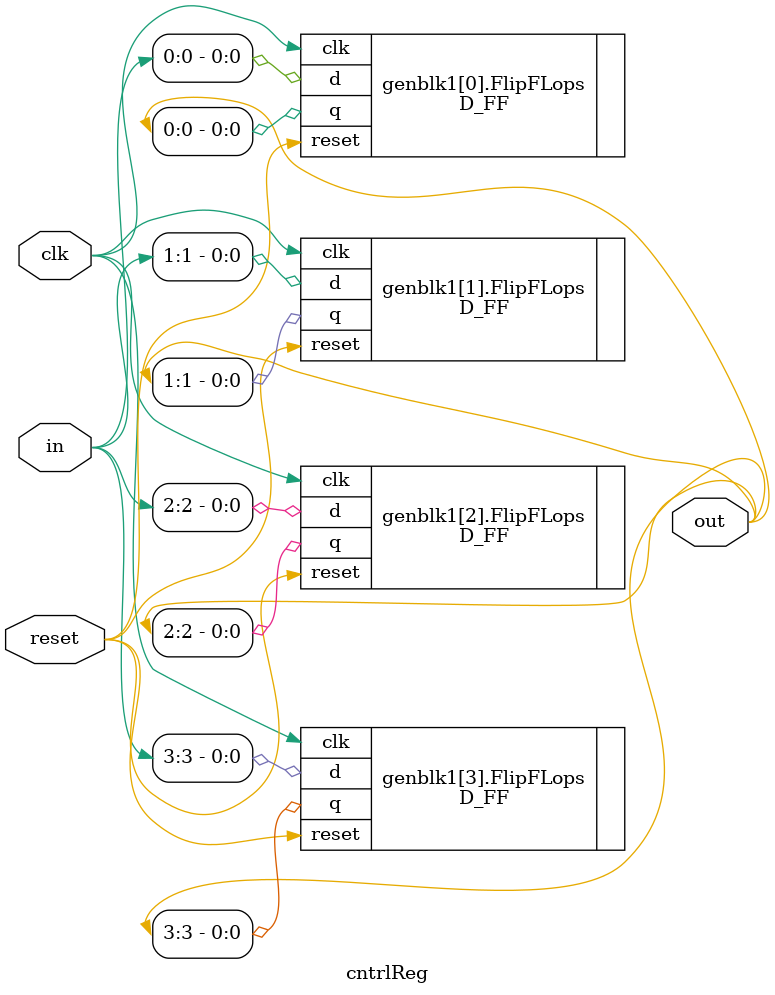
<source format=sv>
module cntrlReg#(parameter W = 4)(clk, reset, in, out);
    input logic clk, reset;
    input logic [W-1:0] in;
    output logic [W-1:0] out;

    genvar i;

    generate  
        for (i = 0; i < W; i++) begin
            D_FF FlipFLops(.clk, .reset, .d(in[i]), .q(out[i]));
        end
    endgenerate
endmodule
</source>
